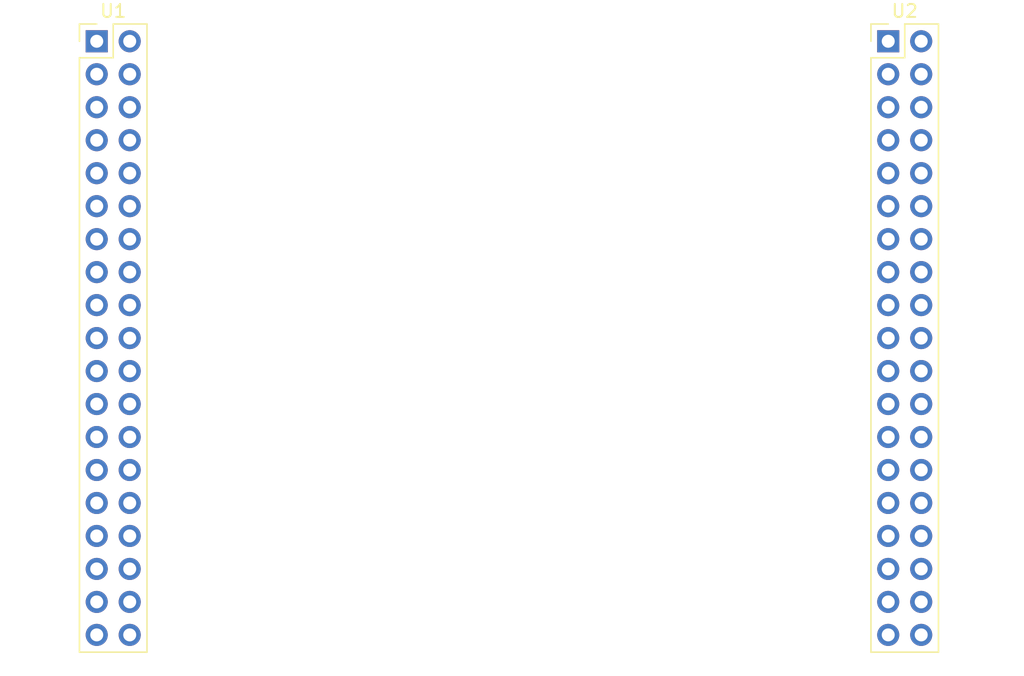
<source format=kicad_pcb>
(kicad_pcb (version 20171130) (host pcbnew "(5.1.4)-1")

  (general
    (thickness 1.6)
    (drawings 0)
    (tracks 0)
    (zones 0)
    (modules 2)
    (nets 77)
  )

  (page A4)
  (layers
    (0 F.Cu signal)
    (31 B.Cu signal)
    (32 B.Adhes user)
    (33 F.Adhes user)
    (34 B.Paste user)
    (35 F.Paste user)
    (36 B.SilkS user)
    (37 F.SilkS user)
    (38 B.Mask user)
    (39 F.Mask user)
    (40 Dwgs.User user)
    (41 Cmts.User user)
    (42 Eco1.User user)
    (43 Eco2.User user)
    (44 Edge.Cuts user)
    (45 Margin user)
    (46 B.CrtYd user)
    (47 F.CrtYd user)
    (48 B.Fab user)
    (49 F.Fab user)
  )

  (setup
    (last_trace_width 0.25)
    (trace_clearance 0.2)
    (zone_clearance 0.508)
    (zone_45_only no)
    (trace_min 0.2)
    (via_size 0.8)
    (via_drill 0.4)
    (via_min_size 0.4)
    (via_min_drill 0.3)
    (uvia_size 0.3)
    (uvia_drill 0.1)
    (uvias_allowed no)
    (uvia_min_size 0.2)
    (uvia_min_drill 0.1)
    (edge_width 0.05)
    (segment_width 0.2)
    (pcb_text_width 0.3)
    (pcb_text_size 1.5 1.5)
    (mod_edge_width 0.12)
    (mod_text_size 1 1)
    (mod_text_width 0.15)
    (pad_size 1.524 1.524)
    (pad_drill 0.762)
    (pad_to_mask_clearance 0.051)
    (solder_mask_min_width 0.25)
    (aux_axis_origin 0 0)
    (grid_origin 53.34 15.24)
    (visible_elements FFFFFF7F)
    (pcbplotparams
      (layerselection 0x010fc_ffffffff)
      (usegerberextensions false)
      (usegerberattributes false)
      (usegerberadvancedattributes false)
      (creategerberjobfile false)
      (excludeedgelayer true)
      (linewidth 0.100000)
      (plotframeref false)
      (viasonmask false)
      (mode 1)
      (useauxorigin false)
      (hpglpennumber 1)
      (hpglpenspeed 20)
      (hpglpendiameter 15.000000)
      (psnegative false)
      (psa4output false)
      (plotreference true)
      (plotvalue true)
      (plotinvisibletext false)
      (padsonsilk false)
      (subtractmaskfromsilk false)
      (outputformat 1)
      (mirror false)
      (drillshape 1)
      (scaleselection 1)
      (outputdirectory ""))
  )

  (net 0 "")
  (net 1 "Net-(U1-Pad38)")
  (net 2 "Net-(U1-Pad37)")
  (net 3 "Net-(U1-Pad36)")
  (net 4 "Net-(U1-Pad35)")
  (net 5 "Net-(U1-Pad34)")
  (net 6 "Net-(U1-Pad33)")
  (net 7 "Net-(U1-Pad32)")
  (net 8 "Net-(U1-Pad31)")
  (net 9 "Net-(U1-Pad30)")
  (net 10 "Net-(U1-Pad29)")
  (net 11 "Net-(U1-Pad28)")
  (net 12 "Net-(U1-Pad27)")
  (net 13 "Net-(U1-Pad26)")
  (net 14 "Net-(U1-Pad25)")
  (net 15 "Net-(U1-Pad24)")
  (net 16 "Net-(U1-Pad23)")
  (net 17 "Net-(U1-Pad22)")
  (net 18 "Net-(U1-Pad21)")
  (net 19 "Net-(U1-Pad20)")
  (net 20 "Net-(U1-Pad19)")
  (net 21 "Net-(U1-Pad18)")
  (net 22 "Net-(U1-Pad17)")
  (net 23 "Net-(U1-Pad16)")
  (net 24 "Net-(U1-Pad15)")
  (net 25 "Net-(U1-Pad14)")
  (net 26 "Net-(U1-Pad13)")
  (net 27 "Net-(U1-Pad12)")
  (net 28 "Net-(U1-Pad11)")
  (net 29 "Net-(U1-Pad10)")
  (net 30 "Net-(U1-Pad9)")
  (net 31 "Net-(U1-Pad8)")
  (net 32 "Net-(U1-Pad7)")
  (net 33 "Net-(U1-Pad6)")
  (net 34 "Net-(U1-Pad5)")
  (net 35 "Net-(U1-Pad4)")
  (net 36 "Net-(U1-Pad3)")
  (net 37 "Net-(U1-Pad2)")
  (net 38 "Net-(U1-Pad1)")
  (net 39 "Net-(U2-Pad38)")
  (net 40 "Net-(U2-Pad37)")
  (net 41 "Net-(U2-Pad36)")
  (net 42 "Net-(U2-Pad35)")
  (net 43 "Net-(U2-Pad34)")
  (net 44 "Net-(U2-Pad33)")
  (net 45 "Net-(U2-Pad32)")
  (net 46 "Net-(U2-Pad31)")
  (net 47 "Net-(U2-Pad30)")
  (net 48 "Net-(U2-Pad29)")
  (net 49 "Net-(U2-Pad28)")
  (net 50 "Net-(U2-Pad27)")
  (net 51 "Net-(U2-Pad26)")
  (net 52 "Net-(U2-Pad25)")
  (net 53 "Net-(U2-Pad24)")
  (net 54 "Net-(U2-Pad23)")
  (net 55 "Net-(U2-Pad22)")
  (net 56 "Net-(U2-Pad21)")
  (net 57 "Net-(U2-Pad20)")
  (net 58 "Net-(U2-Pad19)")
  (net 59 "Net-(U2-Pad18)")
  (net 60 "Net-(U2-Pad17)")
  (net 61 "Net-(U2-Pad16)")
  (net 62 "Net-(U2-Pad15)")
  (net 63 "Net-(U2-Pad14)")
  (net 64 "Net-(U2-Pad13)")
  (net 65 "Net-(U2-Pad12)")
  (net 66 "Net-(U2-Pad11)")
  (net 67 "Net-(U2-Pad10)")
  (net 68 "Net-(U2-Pad9)")
  (net 69 "Net-(U2-Pad8)")
  (net 70 "Net-(U2-Pad7)")
  (net 71 "Net-(U2-Pad6)")
  (net 72 "Net-(U2-Pad5)")
  (net 73 "Net-(U2-Pad4)")
  (net 74 "Net-(U2-Pad3)")
  (net 75 "Net-(U2-Pad2)")
  (net 76 "Net-(U2-Pad1)")

  (net_class Default "This is the default net class."
    (clearance 0.2)
    (trace_width 0.25)
    (via_dia 0.8)
    (via_drill 0.4)
    (uvia_dia 0.3)
    (uvia_drill 0.1)
    (add_net "Net-(U1-Pad1)")
    (add_net "Net-(U1-Pad10)")
    (add_net "Net-(U1-Pad11)")
    (add_net "Net-(U1-Pad12)")
    (add_net "Net-(U1-Pad13)")
    (add_net "Net-(U1-Pad14)")
    (add_net "Net-(U1-Pad15)")
    (add_net "Net-(U1-Pad16)")
    (add_net "Net-(U1-Pad17)")
    (add_net "Net-(U1-Pad18)")
    (add_net "Net-(U1-Pad19)")
    (add_net "Net-(U1-Pad2)")
    (add_net "Net-(U1-Pad20)")
    (add_net "Net-(U1-Pad21)")
    (add_net "Net-(U1-Pad22)")
    (add_net "Net-(U1-Pad23)")
    (add_net "Net-(U1-Pad24)")
    (add_net "Net-(U1-Pad25)")
    (add_net "Net-(U1-Pad26)")
    (add_net "Net-(U1-Pad27)")
    (add_net "Net-(U1-Pad28)")
    (add_net "Net-(U1-Pad29)")
    (add_net "Net-(U1-Pad3)")
    (add_net "Net-(U1-Pad30)")
    (add_net "Net-(U1-Pad31)")
    (add_net "Net-(U1-Pad32)")
    (add_net "Net-(U1-Pad33)")
    (add_net "Net-(U1-Pad34)")
    (add_net "Net-(U1-Pad35)")
    (add_net "Net-(U1-Pad36)")
    (add_net "Net-(U1-Pad37)")
    (add_net "Net-(U1-Pad38)")
    (add_net "Net-(U1-Pad4)")
    (add_net "Net-(U1-Pad5)")
    (add_net "Net-(U1-Pad6)")
    (add_net "Net-(U1-Pad7)")
    (add_net "Net-(U1-Pad8)")
    (add_net "Net-(U1-Pad9)")
    (add_net "Net-(U2-Pad1)")
    (add_net "Net-(U2-Pad10)")
    (add_net "Net-(U2-Pad11)")
    (add_net "Net-(U2-Pad12)")
    (add_net "Net-(U2-Pad13)")
    (add_net "Net-(U2-Pad14)")
    (add_net "Net-(U2-Pad15)")
    (add_net "Net-(U2-Pad16)")
    (add_net "Net-(U2-Pad17)")
    (add_net "Net-(U2-Pad18)")
    (add_net "Net-(U2-Pad19)")
    (add_net "Net-(U2-Pad2)")
    (add_net "Net-(U2-Pad20)")
    (add_net "Net-(U2-Pad21)")
    (add_net "Net-(U2-Pad22)")
    (add_net "Net-(U2-Pad23)")
    (add_net "Net-(U2-Pad24)")
    (add_net "Net-(U2-Pad25)")
    (add_net "Net-(U2-Pad26)")
    (add_net "Net-(U2-Pad27)")
    (add_net "Net-(U2-Pad28)")
    (add_net "Net-(U2-Pad29)")
    (add_net "Net-(U2-Pad3)")
    (add_net "Net-(U2-Pad30)")
    (add_net "Net-(U2-Pad31)")
    (add_net "Net-(U2-Pad32)")
    (add_net "Net-(U2-Pad33)")
    (add_net "Net-(U2-Pad34)")
    (add_net "Net-(U2-Pad35)")
    (add_net "Net-(U2-Pad36)")
    (add_net "Net-(U2-Pad37)")
    (add_net "Net-(U2-Pad38)")
    (add_net "Net-(U2-Pad4)")
    (add_net "Net-(U2-Pad5)")
    (add_net "Net-(U2-Pad6)")
    (add_net "Net-(U2-Pad7)")
    (add_net "Net-(U2-Pad8)")
    (add_net "Net-(U2-Pad9)")
  )

  (module Connector_PinHeader_2.54mm:PinHeader_2x19_P2.54mm_Vertical locked (layer F.Cu) (tedit 59FED5CC) (tstamp 5E29D612)
    (at 170.815 86.36)
    (descr "Through hole straight pin header, 2x19, 2.54mm pitch, double rows")
    (tags "Through hole pin header THT 2x19 2.54mm double row")
    (path /5E2BFA53)
    (fp_text reference U2 (at 1.27 -2.33) (layer F.SilkS)
      (effects (font (size 1 1) (thickness 0.15)))
    )
    (fp_text value NucleoF446_motor_right (at 1.27 48.05) (layer F.Fab)
      (effects (font (size 1 1) (thickness 0.15)))
    )
    (fp_text user %R (at 1.27 22.86 90) (layer F.Fab)
      (effects (font (size 1 1) (thickness 0.15)))
    )
    (fp_line (start 4.35 -1.8) (end -1.8 -1.8) (layer F.CrtYd) (width 0.05))
    (fp_line (start 4.35 47.5) (end 4.35 -1.8) (layer F.CrtYd) (width 0.05))
    (fp_line (start -1.8 47.5) (end 4.35 47.5) (layer F.CrtYd) (width 0.05))
    (fp_line (start -1.8 -1.8) (end -1.8 47.5) (layer F.CrtYd) (width 0.05))
    (fp_line (start -1.33 -1.33) (end 0 -1.33) (layer F.SilkS) (width 0.12))
    (fp_line (start -1.33 0) (end -1.33 -1.33) (layer F.SilkS) (width 0.12))
    (fp_line (start 1.27 -1.33) (end 3.87 -1.33) (layer F.SilkS) (width 0.12))
    (fp_line (start 1.27 1.27) (end 1.27 -1.33) (layer F.SilkS) (width 0.12))
    (fp_line (start -1.33 1.27) (end 1.27 1.27) (layer F.SilkS) (width 0.12))
    (fp_line (start 3.87 -1.33) (end 3.87 47.05) (layer F.SilkS) (width 0.12))
    (fp_line (start -1.33 1.27) (end -1.33 47.05) (layer F.SilkS) (width 0.12))
    (fp_line (start -1.33 47.05) (end 3.87 47.05) (layer F.SilkS) (width 0.12))
    (fp_line (start -1.27 0) (end 0 -1.27) (layer F.Fab) (width 0.1))
    (fp_line (start -1.27 46.99) (end -1.27 0) (layer F.Fab) (width 0.1))
    (fp_line (start 3.81 46.99) (end -1.27 46.99) (layer F.Fab) (width 0.1))
    (fp_line (start 3.81 -1.27) (end 3.81 46.99) (layer F.Fab) (width 0.1))
    (fp_line (start 0 -1.27) (end 3.81 -1.27) (layer F.Fab) (width 0.1))
    (pad 38 thru_hole oval (at 2.54 45.72) (size 1.7 1.7) (drill 1) (layers *.Cu *.Mask)
      (net 39 "Net-(U2-Pad38)"))
    (pad 37 thru_hole oval (at 0 45.72) (size 1.7 1.7) (drill 1) (layers *.Cu *.Mask)
      (net 40 "Net-(U2-Pad37)"))
    (pad 36 thru_hole oval (at 2.54 43.18) (size 1.7 1.7) (drill 1) (layers *.Cu *.Mask)
      (net 41 "Net-(U2-Pad36)"))
    (pad 35 thru_hole oval (at 0 43.18) (size 1.7 1.7) (drill 1) (layers *.Cu *.Mask)
      (net 42 "Net-(U2-Pad35)"))
    (pad 34 thru_hole oval (at 2.54 40.64) (size 1.7 1.7) (drill 1) (layers *.Cu *.Mask)
      (net 43 "Net-(U2-Pad34)"))
    (pad 33 thru_hole oval (at 0 40.64) (size 1.7 1.7) (drill 1) (layers *.Cu *.Mask)
      (net 44 "Net-(U2-Pad33)"))
    (pad 32 thru_hole oval (at 2.54 38.1) (size 1.7 1.7) (drill 1) (layers *.Cu *.Mask)
      (net 45 "Net-(U2-Pad32)"))
    (pad 31 thru_hole oval (at 0 38.1) (size 1.7 1.7) (drill 1) (layers *.Cu *.Mask)
      (net 46 "Net-(U2-Pad31)"))
    (pad 30 thru_hole oval (at 2.54 35.56) (size 1.7 1.7) (drill 1) (layers *.Cu *.Mask)
      (net 47 "Net-(U2-Pad30)"))
    (pad 29 thru_hole oval (at 0 35.56) (size 1.7 1.7) (drill 1) (layers *.Cu *.Mask)
      (net 48 "Net-(U2-Pad29)"))
    (pad 28 thru_hole oval (at 2.54 33.02) (size 1.7 1.7) (drill 1) (layers *.Cu *.Mask)
      (net 49 "Net-(U2-Pad28)"))
    (pad 27 thru_hole oval (at 0 33.02) (size 1.7 1.7) (drill 1) (layers *.Cu *.Mask)
      (net 50 "Net-(U2-Pad27)"))
    (pad 26 thru_hole oval (at 2.54 30.48) (size 1.7 1.7) (drill 1) (layers *.Cu *.Mask)
      (net 51 "Net-(U2-Pad26)"))
    (pad 25 thru_hole oval (at 0 30.48) (size 1.7 1.7) (drill 1) (layers *.Cu *.Mask)
      (net 52 "Net-(U2-Pad25)"))
    (pad 24 thru_hole oval (at 2.54 27.94) (size 1.7 1.7) (drill 1) (layers *.Cu *.Mask)
      (net 53 "Net-(U2-Pad24)"))
    (pad 23 thru_hole oval (at 0 27.94) (size 1.7 1.7) (drill 1) (layers *.Cu *.Mask)
      (net 54 "Net-(U2-Pad23)"))
    (pad 22 thru_hole oval (at 2.54 25.4) (size 1.7 1.7) (drill 1) (layers *.Cu *.Mask)
      (net 55 "Net-(U2-Pad22)"))
    (pad 21 thru_hole oval (at 0 25.4) (size 1.7 1.7) (drill 1) (layers *.Cu *.Mask)
      (net 56 "Net-(U2-Pad21)"))
    (pad 20 thru_hole oval (at 2.54 22.86) (size 1.7 1.7) (drill 1) (layers *.Cu *.Mask)
      (net 57 "Net-(U2-Pad20)"))
    (pad 19 thru_hole oval (at 0 22.86) (size 1.7 1.7) (drill 1) (layers *.Cu *.Mask)
      (net 58 "Net-(U2-Pad19)"))
    (pad 18 thru_hole oval (at 2.54 20.32) (size 1.7 1.7) (drill 1) (layers *.Cu *.Mask)
      (net 59 "Net-(U2-Pad18)"))
    (pad 17 thru_hole oval (at 0 20.32) (size 1.7 1.7) (drill 1) (layers *.Cu *.Mask)
      (net 60 "Net-(U2-Pad17)"))
    (pad 16 thru_hole oval (at 2.54 17.78) (size 1.7 1.7) (drill 1) (layers *.Cu *.Mask)
      (net 61 "Net-(U2-Pad16)"))
    (pad 15 thru_hole oval (at 0 17.78) (size 1.7 1.7) (drill 1) (layers *.Cu *.Mask)
      (net 62 "Net-(U2-Pad15)"))
    (pad 14 thru_hole oval (at 2.54 15.24) (size 1.7 1.7) (drill 1) (layers *.Cu *.Mask)
      (net 63 "Net-(U2-Pad14)"))
    (pad 13 thru_hole oval (at 0 15.24) (size 1.7 1.7) (drill 1) (layers *.Cu *.Mask)
      (net 64 "Net-(U2-Pad13)"))
    (pad 12 thru_hole oval (at 2.54 12.7) (size 1.7 1.7) (drill 1) (layers *.Cu *.Mask)
      (net 65 "Net-(U2-Pad12)"))
    (pad 11 thru_hole oval (at 0 12.7) (size 1.7 1.7) (drill 1) (layers *.Cu *.Mask)
      (net 66 "Net-(U2-Pad11)"))
    (pad 10 thru_hole oval (at 2.54 10.16) (size 1.7 1.7) (drill 1) (layers *.Cu *.Mask)
      (net 67 "Net-(U2-Pad10)"))
    (pad 9 thru_hole oval (at 0 10.16) (size 1.7 1.7) (drill 1) (layers *.Cu *.Mask)
      (net 68 "Net-(U2-Pad9)"))
    (pad 8 thru_hole oval (at 2.54 7.62) (size 1.7 1.7) (drill 1) (layers *.Cu *.Mask)
      (net 69 "Net-(U2-Pad8)"))
    (pad 7 thru_hole oval (at 0 7.62) (size 1.7 1.7) (drill 1) (layers *.Cu *.Mask)
      (net 70 "Net-(U2-Pad7)"))
    (pad 6 thru_hole oval (at 2.54 5.08) (size 1.7 1.7) (drill 1) (layers *.Cu *.Mask)
      (net 71 "Net-(U2-Pad6)"))
    (pad 5 thru_hole oval (at 0 5.08) (size 1.7 1.7) (drill 1) (layers *.Cu *.Mask)
      (net 72 "Net-(U2-Pad5)"))
    (pad 4 thru_hole oval (at 2.54 2.54) (size 1.7 1.7) (drill 1) (layers *.Cu *.Mask)
      (net 73 "Net-(U2-Pad4)"))
    (pad 3 thru_hole oval (at 0 2.54) (size 1.7 1.7) (drill 1) (layers *.Cu *.Mask)
      (net 74 "Net-(U2-Pad3)"))
    (pad 2 thru_hole oval (at 2.54 0) (size 1.7 1.7) (drill 1) (layers *.Cu *.Mask)
      (net 75 "Net-(U2-Pad2)"))
    (pad 1 thru_hole rect (at 0 0) (size 1.7 1.7) (drill 1) (layers *.Cu *.Mask)
      (net 76 "Net-(U2-Pad1)"))
    (model ${KISYS3DMOD}/Connector_PinHeader_2.54mm.3dshapes/PinHeader_2x19_P2.54mm_Vertical.wrl
      (at (xyz 0 0 0))
      (scale (xyz 1 1 1))
      (rotate (xyz 0 0 0))
    )
  )

  (module Connector_PinHeader_2.54mm:PinHeader_2x19_P2.54mm_Vertical locked (layer F.Cu) (tedit 59FED5CC) (tstamp 5E29CD02)
    (at 109.855 86.36)
    (descr "Through hole straight pin header, 2x19, 2.54mm pitch, double rows")
    (tags "Through hole pin header THT 2x19 2.54mm double row")
    (path /5E2BEA0E)
    (fp_text reference U1 (at 1.27 -2.33) (layer F.SilkS)
      (effects (font (size 1 1) (thickness 0.15)))
    )
    (fp_text value NucleoF446_motor_left (at 1.27 48.05) (layer F.Fab)
      (effects (font (size 1 1) (thickness 0.15)))
    )
    (fp_text user %R (at 1.27 22.86 90) (layer F.Fab)
      (effects (font (size 1 1) (thickness 0.15)))
    )
    (fp_line (start 4.35 -1.8) (end -1.8 -1.8) (layer F.CrtYd) (width 0.05))
    (fp_line (start 4.35 47.5) (end 4.35 -1.8) (layer F.CrtYd) (width 0.05))
    (fp_line (start -1.8 47.5) (end 4.35 47.5) (layer F.CrtYd) (width 0.05))
    (fp_line (start -1.8 -1.8) (end -1.8 47.5) (layer F.CrtYd) (width 0.05))
    (fp_line (start -1.33 -1.33) (end 0 -1.33) (layer F.SilkS) (width 0.12))
    (fp_line (start -1.33 0) (end -1.33 -1.33) (layer F.SilkS) (width 0.12))
    (fp_line (start 1.27 -1.33) (end 3.87 -1.33) (layer F.SilkS) (width 0.12))
    (fp_line (start 1.27 1.27) (end 1.27 -1.33) (layer F.SilkS) (width 0.12))
    (fp_line (start -1.33 1.27) (end 1.27 1.27) (layer F.SilkS) (width 0.12))
    (fp_line (start 3.87 -1.33) (end 3.87 47.05) (layer F.SilkS) (width 0.12))
    (fp_line (start -1.33 1.27) (end -1.33 47.05) (layer F.SilkS) (width 0.12))
    (fp_line (start -1.33 47.05) (end 3.87 47.05) (layer F.SilkS) (width 0.12))
    (fp_line (start -1.27 0) (end 0 -1.27) (layer F.Fab) (width 0.1))
    (fp_line (start -1.27 46.99) (end -1.27 0) (layer F.Fab) (width 0.1))
    (fp_line (start 3.81 46.99) (end -1.27 46.99) (layer F.Fab) (width 0.1))
    (fp_line (start 3.81 -1.27) (end 3.81 46.99) (layer F.Fab) (width 0.1))
    (fp_line (start 0 -1.27) (end 3.81 -1.27) (layer F.Fab) (width 0.1))
    (pad 38 thru_hole oval (at 2.54 45.72) (size 1.7 1.7) (drill 1) (layers *.Cu *.Mask)
      (net 1 "Net-(U1-Pad38)"))
    (pad 37 thru_hole oval (at 0 45.72) (size 1.7 1.7) (drill 1) (layers *.Cu *.Mask)
      (net 2 "Net-(U1-Pad37)"))
    (pad 36 thru_hole oval (at 2.54 43.18) (size 1.7 1.7) (drill 1) (layers *.Cu *.Mask)
      (net 3 "Net-(U1-Pad36)"))
    (pad 35 thru_hole oval (at 0 43.18) (size 1.7 1.7) (drill 1) (layers *.Cu *.Mask)
      (net 4 "Net-(U1-Pad35)"))
    (pad 34 thru_hole oval (at 2.54 40.64) (size 1.7 1.7) (drill 1) (layers *.Cu *.Mask)
      (net 5 "Net-(U1-Pad34)"))
    (pad 33 thru_hole oval (at 0 40.64) (size 1.7 1.7) (drill 1) (layers *.Cu *.Mask)
      (net 6 "Net-(U1-Pad33)"))
    (pad 32 thru_hole oval (at 2.54 38.1) (size 1.7 1.7) (drill 1) (layers *.Cu *.Mask)
      (net 7 "Net-(U1-Pad32)"))
    (pad 31 thru_hole oval (at 0 38.1) (size 1.7 1.7) (drill 1) (layers *.Cu *.Mask)
      (net 8 "Net-(U1-Pad31)"))
    (pad 30 thru_hole oval (at 2.54 35.56) (size 1.7 1.7) (drill 1) (layers *.Cu *.Mask)
      (net 9 "Net-(U1-Pad30)"))
    (pad 29 thru_hole oval (at 0 35.56) (size 1.7 1.7) (drill 1) (layers *.Cu *.Mask)
      (net 10 "Net-(U1-Pad29)"))
    (pad 28 thru_hole oval (at 2.54 33.02) (size 1.7 1.7) (drill 1) (layers *.Cu *.Mask)
      (net 11 "Net-(U1-Pad28)"))
    (pad 27 thru_hole oval (at 0 33.02) (size 1.7 1.7) (drill 1) (layers *.Cu *.Mask)
      (net 12 "Net-(U1-Pad27)"))
    (pad 26 thru_hole oval (at 2.54 30.48) (size 1.7 1.7) (drill 1) (layers *.Cu *.Mask)
      (net 13 "Net-(U1-Pad26)"))
    (pad 25 thru_hole oval (at 0 30.48) (size 1.7 1.7) (drill 1) (layers *.Cu *.Mask)
      (net 14 "Net-(U1-Pad25)"))
    (pad 24 thru_hole oval (at 2.54 27.94) (size 1.7 1.7) (drill 1) (layers *.Cu *.Mask)
      (net 15 "Net-(U1-Pad24)"))
    (pad 23 thru_hole oval (at 0 27.94) (size 1.7 1.7) (drill 1) (layers *.Cu *.Mask)
      (net 16 "Net-(U1-Pad23)"))
    (pad 22 thru_hole oval (at 2.54 25.4) (size 1.7 1.7) (drill 1) (layers *.Cu *.Mask)
      (net 17 "Net-(U1-Pad22)"))
    (pad 21 thru_hole oval (at 0 25.4) (size 1.7 1.7) (drill 1) (layers *.Cu *.Mask)
      (net 18 "Net-(U1-Pad21)"))
    (pad 20 thru_hole oval (at 2.54 22.86) (size 1.7 1.7) (drill 1) (layers *.Cu *.Mask)
      (net 19 "Net-(U1-Pad20)"))
    (pad 19 thru_hole oval (at 0 22.86) (size 1.7 1.7) (drill 1) (layers *.Cu *.Mask)
      (net 20 "Net-(U1-Pad19)"))
    (pad 18 thru_hole oval (at 2.54 20.32) (size 1.7 1.7) (drill 1) (layers *.Cu *.Mask)
      (net 21 "Net-(U1-Pad18)"))
    (pad 17 thru_hole oval (at 0 20.32) (size 1.7 1.7) (drill 1) (layers *.Cu *.Mask)
      (net 22 "Net-(U1-Pad17)"))
    (pad 16 thru_hole oval (at 2.54 17.78) (size 1.7 1.7) (drill 1) (layers *.Cu *.Mask)
      (net 23 "Net-(U1-Pad16)"))
    (pad 15 thru_hole oval (at 0 17.78) (size 1.7 1.7) (drill 1) (layers *.Cu *.Mask)
      (net 24 "Net-(U1-Pad15)"))
    (pad 14 thru_hole oval (at 2.54 15.24) (size 1.7 1.7) (drill 1) (layers *.Cu *.Mask)
      (net 25 "Net-(U1-Pad14)"))
    (pad 13 thru_hole oval (at 0 15.24) (size 1.7 1.7) (drill 1) (layers *.Cu *.Mask)
      (net 26 "Net-(U1-Pad13)"))
    (pad 12 thru_hole oval (at 2.54 12.7) (size 1.7 1.7) (drill 1) (layers *.Cu *.Mask)
      (net 27 "Net-(U1-Pad12)"))
    (pad 11 thru_hole oval (at 0 12.7) (size 1.7 1.7) (drill 1) (layers *.Cu *.Mask)
      (net 28 "Net-(U1-Pad11)"))
    (pad 10 thru_hole oval (at 2.54 10.16) (size 1.7 1.7) (drill 1) (layers *.Cu *.Mask)
      (net 29 "Net-(U1-Pad10)"))
    (pad 9 thru_hole oval (at 0 10.16) (size 1.7 1.7) (drill 1) (layers *.Cu *.Mask)
      (net 30 "Net-(U1-Pad9)"))
    (pad 8 thru_hole oval (at 2.54 7.62) (size 1.7 1.7) (drill 1) (layers *.Cu *.Mask)
      (net 31 "Net-(U1-Pad8)"))
    (pad 7 thru_hole oval (at 0 7.62) (size 1.7 1.7) (drill 1) (layers *.Cu *.Mask)
      (net 32 "Net-(U1-Pad7)"))
    (pad 6 thru_hole oval (at 2.54 5.08) (size 1.7 1.7) (drill 1) (layers *.Cu *.Mask)
      (net 33 "Net-(U1-Pad6)"))
    (pad 5 thru_hole oval (at 0 5.08) (size 1.7 1.7) (drill 1) (layers *.Cu *.Mask)
      (net 34 "Net-(U1-Pad5)"))
    (pad 4 thru_hole oval (at 2.54 2.54) (size 1.7 1.7) (drill 1) (layers *.Cu *.Mask)
      (net 35 "Net-(U1-Pad4)"))
    (pad 3 thru_hole oval (at 0 2.54) (size 1.7 1.7) (drill 1) (layers *.Cu *.Mask)
      (net 36 "Net-(U1-Pad3)"))
    (pad 2 thru_hole oval (at 2.54 0) (size 1.7 1.7) (drill 1) (layers *.Cu *.Mask)
      (net 37 "Net-(U1-Pad2)"))
    (pad 1 thru_hole rect (at 0 0) (size 1.7 1.7) (drill 1) (layers *.Cu *.Mask)
      (net 38 "Net-(U1-Pad1)"))
    (model ${KISYS3DMOD}/Connector_PinHeader_2.54mm.3dshapes/PinHeader_2x19_P2.54mm_Vertical.wrl
      (at (xyz 0 0 0))
      (scale (xyz 1 1 1))
      (rotate (xyz 0 0 0))
    )
  )

)

</source>
